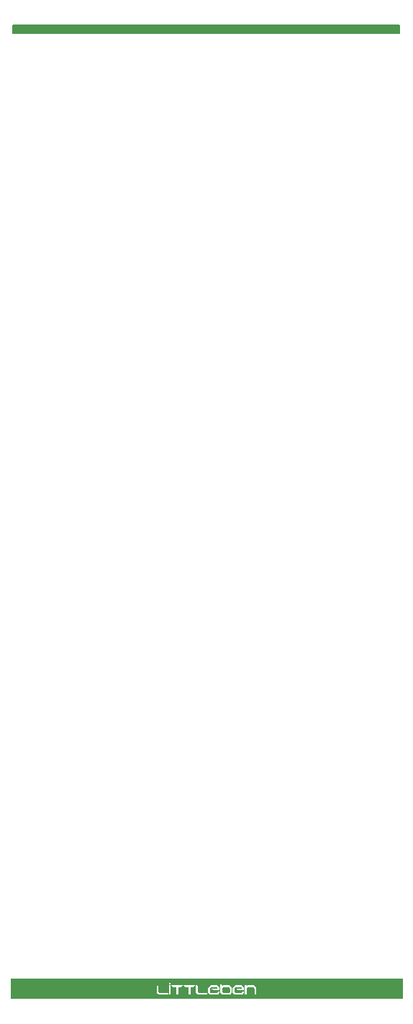
<source format=gbr>
%TF.GenerationSoftware,KiCad,Pcbnew,(6.0.7-1)-1*%
%TF.CreationDate,2022-12-12T14:07:04+01:00*%
%TF.ProjectId,panel,70616e65-6c2e-46b6-9963-61645f706362,rev?*%
%TF.SameCoordinates,Original*%
%TF.FileFunction,Soldermask,Top*%
%TF.FilePolarity,Negative*%
%FSLAX46Y46*%
G04 Gerber Fmt 4.6, Leading zero omitted, Abs format (unit mm)*
G04 Created by KiCad (PCBNEW (6.0.7-1)-1) date 2022-12-12 14:07:04*
%MOMM*%
%LPD*%
G01*
G04 APERTURE LIST*
%ADD10C,0.150000*%
G04 APERTURE END LIST*
D10*
X21982870Y-28255000D02*
X67452870Y-28255000D01*
X67452870Y-28255000D02*
X67452870Y-29205000D01*
X67452870Y-29205000D02*
X21982870Y-29205000D01*
X21982870Y-29205000D02*
X21982870Y-28255000D01*
G36*
X21982870Y-28255000D02*
G01*
X67452870Y-28255000D01*
X67452870Y-29205000D01*
X21982870Y-29205000D01*
X21982870Y-28255000D01*
G37*
%TO.C,kibuzzard-63947FA2*%
G36*
X21671952Y-140262442D02*
G01*
X67820048Y-140262442D01*
X67820048Y-142677558D01*
X21671952Y-142677558D01*
X21671952Y-141751252D01*
X38869869Y-141751252D01*
X38880156Y-141851773D01*
X38911017Y-141942514D01*
X38962452Y-142023477D01*
X39034461Y-142094660D01*
X39127044Y-142156065D01*
X39202847Y-142175115D01*
X39258806Y-142181465D01*
X40239881Y-142181465D01*
X40239881Y-142173527D01*
X40316081Y-142173527D01*
X40324019Y-142181465D01*
X40531981Y-142181465D01*
X40541506Y-142173527D01*
X40541506Y-141078152D01*
X40531981Y-141070215D01*
X40617706Y-141070215D01*
X40884406Y-141298815D01*
X41181269Y-141298815D01*
X41181269Y-142173527D01*
X41189206Y-142181465D01*
X41401931Y-142181465D01*
X41409869Y-142173527D01*
X41409869Y-141298815D01*
X41701969Y-141298815D01*
X41970256Y-141070215D01*
X42046456Y-141070215D01*
X42313156Y-141298815D01*
X42610019Y-141298815D01*
X42610019Y-142173527D01*
X42617956Y-142181465D01*
X42830681Y-142181465D01*
X42838619Y-142173527D01*
X42838619Y-141751252D01*
X43475206Y-141751252D01*
X43485493Y-141851773D01*
X43516354Y-141942514D01*
X43567789Y-142023477D01*
X43639798Y-142094660D01*
X43732381Y-142156065D01*
X43808184Y-142175115D01*
X43864144Y-142181465D01*
X44845219Y-142181465D01*
X44845219Y-141952865D01*
X43880019Y-141952865D01*
X43774450Y-141921115D01*
X43708569Y-141825865D01*
X43703806Y-141792527D01*
X43703806Y-141754427D01*
X44921419Y-141754427D01*
X44935706Y-141862774D01*
X44978569Y-141971915D01*
X45049212Y-142063593D01*
X45124619Y-142129077D01*
X45204787Y-142168368D01*
X45289719Y-142181465D01*
X45921544Y-142181465D01*
X46014677Y-142165060D01*
X46103577Y-142115848D01*
X46188244Y-142033827D01*
X46251744Y-141934211D01*
X46286669Y-141813165D01*
X46278731Y-141803640D01*
X46070769Y-141803640D01*
X46061244Y-141813165D01*
X45999331Y-141916749D01*
X45902494Y-141951277D01*
X45286544Y-141951277D01*
X45185341Y-141888174D01*
X45151606Y-141803640D01*
X45151606Y-141751252D01*
X46364456Y-141751252D01*
X46374743Y-141851773D01*
X46405604Y-141942514D01*
X46457039Y-142023477D01*
X46529048Y-142094660D01*
X46621631Y-142156065D01*
X46697434Y-142175115D01*
X46753394Y-142181465D01*
X47340769Y-142181465D01*
X47449314Y-142165093D01*
X47544763Y-142115980D01*
X47627114Y-142034125D01*
X47696369Y-141919527D01*
X47721372Y-141833008D01*
X47729382Y-141754427D01*
X47809081Y-141754427D01*
X47823369Y-141862774D01*
X47866231Y-141971915D01*
X47936875Y-142063593D01*
X48012281Y-142129077D01*
X48092450Y-142168368D01*
X48177381Y-142181465D01*
X48809206Y-142181465D01*
X48854271Y-142173527D01*
X49252119Y-142173527D01*
X49260056Y-142181465D01*
X49474369Y-142181465D01*
X49482306Y-142173527D01*
X49482306Y-141459152D01*
X49517231Y-141361521D01*
X49622006Y-141303577D01*
X49653756Y-141298815D01*
X50220494Y-141298815D01*
X50301809Y-141315395D01*
X50359488Y-141365137D01*
X50393531Y-141448040D01*
X50393531Y-142173527D01*
X50401469Y-142181465D01*
X50614194Y-142181465D01*
X50622131Y-142173527D01*
X50622131Y-141500427D01*
X50608836Y-141386722D01*
X50568950Y-141285321D01*
X50502473Y-141196222D01*
X50409406Y-141119427D01*
X50324475Y-141082518D01*
X50237956Y-141070215D01*
X49637881Y-141070215D01*
X49555331Y-141079343D01*
X49482306Y-141106727D01*
X49482306Y-141070215D01*
X49252119Y-141070215D01*
X49252119Y-142173527D01*
X48854271Y-142173527D01*
X48902340Y-142165060D01*
X48991240Y-142115848D01*
X49075906Y-142033827D01*
X49139406Y-141934211D01*
X49174331Y-141813165D01*
X49166394Y-141803640D01*
X48958431Y-141803640D01*
X48948906Y-141813165D01*
X48886994Y-141916749D01*
X48790156Y-141951277D01*
X48174206Y-141951277D01*
X48073003Y-141888174D01*
X48039269Y-141803640D01*
X48039269Y-141448040D01*
X48073135Y-141365137D01*
X48130285Y-141315395D01*
X48210719Y-141298815D01*
X48777456Y-141298815D01*
X48856478Y-141315395D01*
X48913628Y-141365137D01*
X48948906Y-141448040D01*
X48175794Y-141448040D01*
X48456781Y-141676640D01*
X49166394Y-141676640D01*
X49174331Y-141668702D01*
X49174331Y-141459152D01*
X49150519Y-141340090D01*
X49079974Y-141222019D01*
X48996928Y-141137683D01*
X48901380Y-141087082D01*
X48793331Y-141070215D01*
X48194844Y-141070215D01*
X48107134Y-141082518D01*
X48021806Y-141119427D01*
X47928739Y-141196222D01*
X47862262Y-141285321D01*
X47822377Y-141386722D01*
X47809081Y-141500427D01*
X47809081Y-141754427D01*
X47729382Y-141754427D01*
X47729706Y-141751252D01*
X47729706Y-141498840D01*
X47716907Y-141389897D01*
X47678509Y-141291671D01*
X47614513Y-141204160D01*
X47524919Y-141127365D01*
X47429272Y-141084502D01*
X47304256Y-141070215D01*
X46789906Y-141070215D01*
X46685131Y-141080533D01*
X46593056Y-141111490D01*
X46593056Y-141006715D01*
X46364456Y-140857490D01*
X46364456Y-141751252D01*
X45151606Y-141751252D01*
X45151606Y-141448040D01*
X45185473Y-141365137D01*
X45242623Y-141315395D01*
X45323056Y-141298815D01*
X45889794Y-141298815D01*
X45968816Y-141315395D01*
X46025966Y-141365137D01*
X46061244Y-141448040D01*
X45288131Y-141448040D01*
X45569119Y-141676640D01*
X46278731Y-141676640D01*
X46286669Y-141668702D01*
X46286669Y-141459152D01*
X46262856Y-141340090D01*
X46192312Y-141222019D01*
X46109266Y-141137683D01*
X46013718Y-141087082D01*
X45905669Y-141070215D01*
X45307181Y-141070215D01*
X45219472Y-141082518D01*
X45134144Y-141119427D01*
X45041077Y-141196222D01*
X44974600Y-141285321D01*
X44934714Y-141386722D01*
X44921419Y-141500427D01*
X44921419Y-141754427D01*
X43703806Y-141754427D01*
X43703806Y-141138477D01*
X43475206Y-140989252D01*
X43475206Y-141751252D01*
X42838619Y-141751252D01*
X42838619Y-141298815D01*
X43130719Y-141298815D01*
X43399006Y-141070215D01*
X42046456Y-141070215D01*
X41970256Y-141070215D01*
X40617706Y-141070215D01*
X40531981Y-141070215D01*
X40324019Y-141070215D01*
X40316081Y-141078152D01*
X40316081Y-142173527D01*
X40239881Y-142173527D01*
X40239881Y-141952865D01*
X39274681Y-141952865D01*
X39169112Y-141921115D01*
X39103231Y-141825865D01*
X39098469Y-141792527D01*
X39098469Y-141138477D01*
X38874733Y-140992427D01*
X40316081Y-140992427D01*
X40324019Y-141000365D01*
X40531981Y-141000365D01*
X40541506Y-140992427D01*
X40541506Y-140779702D01*
X40531981Y-140771765D01*
X40324019Y-140771765D01*
X40316081Y-140779702D01*
X40316081Y-140992427D01*
X38874733Y-140992427D01*
X38869869Y-140989252D01*
X38869869Y-141751252D01*
X21671952Y-141751252D01*
X21671952Y-140262442D01*
G37*
G36*
X47406253Y-141319452D02*
G01*
X47475706Y-141381365D01*
X47501106Y-141449627D01*
X47501106Y-141792527D01*
X47469533Y-141881603D01*
X47410795Y-141935049D01*
X47324894Y-141952865D01*
X46769269Y-141952865D01*
X46663700Y-141921115D01*
X46597819Y-141825865D01*
X46593056Y-141792527D01*
X46593056Y-141462327D01*
X46624806Y-141367077D01*
X46720056Y-141306752D01*
X46810544Y-141298815D01*
X47283619Y-141298815D01*
X47406253Y-141319452D01*
G37*
%TD*%
M02*

</source>
